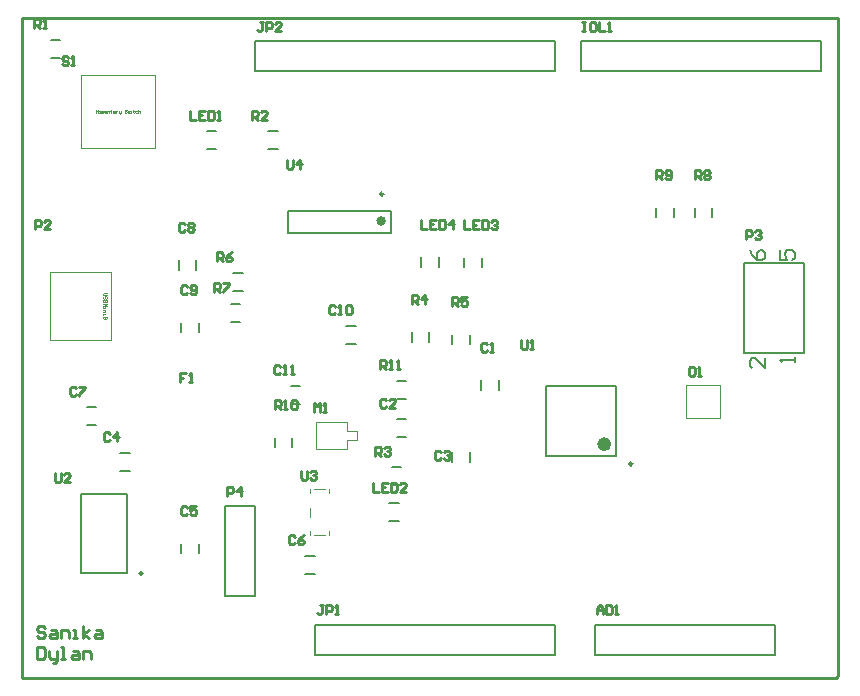
<source format=gto>
G04*
G04 #@! TF.GenerationSoftware,Altium Limited,Altium Designer,18.0.9 (584)*
G04*
G04 Layer_Color=65535*
%FSLAX25Y25*%
%MOIN*%
G70*
G01*
G75*
%ADD10C,0.00984*%
%ADD11C,0.02362*%
%ADD12C,0.01575*%
%ADD13C,0.00787*%
%ADD14C,0.01000*%
%ADD15C,0.00394*%
%ADD16C,0.00800*%
%ADD17C,0.00250*%
%ADD18C,0.00173*%
D10*
X202628Y71328D02*
G03*
X202628Y71328I-492J0D01*
G01*
X39392Y34811D02*
G03*
X39392Y34811I-492J0D01*
G01*
X119638Y161284D02*
G03*
X119638Y161284I-492J0D01*
G01*
D11*
X194458Y77923D02*
G03*
X194458Y77923I-1181J0D01*
G01*
D12*
X119707Y152328D02*
G03*
X119707Y152328I-787J0D01*
G01*
D13*
X259800Y119033D02*
Y138200D01*
Y108200D02*
Y138200D01*
X239800Y108200D02*
Y138200D01*
Y108200D02*
X259800D01*
X239800Y138200D02*
X259800D01*
X148553Y72025D02*
Y75175D01*
X142647Y72025D02*
Y75175D01*
X89353Y76825D02*
Y79975D01*
X83447Y76825D02*
Y79975D01*
X152322Y96025D02*
Y99175D01*
X158228Y96025D02*
Y99175D01*
X124123Y86153D02*
X127273D01*
X124123Y80247D02*
X127273D01*
X8825Y212553D02*
X11975D01*
X8825Y206647D02*
X11975D01*
X197214Y73986D02*
Y97214D01*
X173986Y73986D02*
Y97214D01*
Y73986D02*
X197214D01*
X173986Y97214D02*
X197214D01*
X77000Y27400D02*
Y57400D01*
X67000D02*
X77000D01*
X67000Y27400D02*
Y57400D01*
Y27400D02*
X77000D01*
X18723Y61189D02*
X34077D01*
X18723Y34811D02*
X34077D01*
X18723D02*
Y61189D01*
X34077Y34811D02*
Y61189D01*
X250200Y7800D02*
Y17800D01*
X190200Y7800D02*
Y17800D01*
X250200D01*
X190200Y7800D02*
X250200D01*
X52247Y41625D02*
Y44775D01*
X58153Y41625D02*
Y44775D01*
X32025Y74953D02*
X35175D01*
X32025Y69047D02*
X35175D01*
X185400Y202200D02*
Y212200D01*
X265400D01*
Y202200D02*
Y212200D01*
X185400Y202200D02*
X265400D01*
X97000Y7800D02*
Y17800D01*
X177000D01*
Y7800D02*
Y17800D01*
X97000Y7800D02*
X177000D01*
X93625Y40553D02*
X96775D01*
X93625Y34647D02*
X96775D01*
X77000Y202200D02*
X169500D01*
X177000D01*
Y212200D01*
X77000D02*
X177000D01*
X77000Y202200D02*
Y212200D01*
X142647Y111225D02*
Y114375D01*
X148553Y111225D02*
Y114375D01*
X129047Y112025D02*
Y115175D01*
X134953Y112025D02*
Y115175D01*
X122425Y64247D02*
X125575D01*
X122425Y70153D02*
X125575D01*
X81340Y176247D02*
X84490D01*
X81340Y182153D02*
X84490D01*
X60825Y182153D02*
X63975D01*
X60825Y176247D02*
X63975D01*
X152553Y136825D02*
Y139975D01*
X146647Y136825D02*
Y139975D01*
X138153Y137110D02*
Y140260D01*
X132247Y137110D02*
Y140260D01*
X121625Y52247D02*
X124775D01*
X121625Y58153D02*
X124775D01*
X223447Y153625D02*
Y156775D01*
X229353Y153625D02*
Y156775D01*
X124123Y93047D02*
X127273D01*
X124123Y98953D02*
X127273D01*
X210647Y153625D02*
Y156775D01*
X216553Y153625D02*
Y156775D01*
X69625Y134953D02*
X72775D01*
X69625Y129047D02*
X72775D01*
X68825Y124553D02*
X71975D01*
X68825Y118647D02*
X71975D01*
X88825Y91447D02*
X91975D01*
X88825Y97353D02*
X91975D01*
X107225Y111447D02*
X110375D01*
X107225Y117353D02*
X110375D01*
X58153Y115225D02*
Y118375D01*
X52247Y115225D02*
Y118375D01*
X51447Y136025D02*
Y139175D01*
X57353Y136025D02*
Y139175D01*
X20825Y84247D02*
X23975D01*
X20825Y90153D02*
X23975D01*
X87818Y155477D02*
X122070D01*
X87818Y148391D02*
X122070D01*
Y155477D01*
X87818Y148391D02*
Y155477D01*
D14*
X-800Y220000D02*
X-800Y0D01*
X-800Y220000D02*
X271200D01*
Y800D02*
Y220000D01*
X270400Y0D02*
X271200Y800D01*
X-800Y0D02*
X270400D01*
X6955Y16652D02*
X6299Y17308D01*
X4987D01*
X4331Y16652D01*
Y15996D01*
X4987Y15340D01*
X6299D01*
X6955Y14684D01*
Y14028D01*
X6299Y13372D01*
X4987D01*
X4331Y14028D01*
X8922Y15996D02*
X10234D01*
X10890Y15340D01*
Y13372D01*
X8922D01*
X8266Y14028D01*
X8922Y14684D01*
X10890D01*
X12202Y13372D02*
Y15996D01*
X14170D01*
X14826Y15340D01*
Y13372D01*
X16138D02*
X17450D01*
X16794D01*
Y15996D01*
X16138D01*
X19418Y13372D02*
Y17308D01*
Y14684D02*
X21386Y15996D01*
X19418Y14684D02*
X21386Y13372D01*
X24009Y15996D02*
X25321D01*
X25977Y15340D01*
Y13372D01*
X24009D01*
X23354Y14028D01*
X24009Y14684D01*
X25977D01*
X4331Y10185D02*
Y6249D01*
X6299D01*
X6955Y6905D01*
Y9529D01*
X6299Y10185D01*
X4331D01*
X8266Y8873D02*
Y6905D01*
X8922Y6249D01*
X10890D01*
Y5593D01*
X10234Y4937D01*
X9578D01*
X10890Y6249D02*
Y8873D01*
X12202Y6249D02*
X13514D01*
X12858D01*
Y10185D01*
X12202D01*
X16138Y8873D02*
X17450D01*
X18106Y8217D01*
Y6249D01*
X16138D01*
X15482Y6905D01*
X16138Y7561D01*
X18106D01*
X19418Y6249D02*
Y8873D01*
X21386D01*
X22041Y8217D01*
Y6249D01*
X240400Y146300D02*
Y149299D01*
X241899D01*
X242399Y148799D01*
Y147800D01*
X241899Y147300D01*
X240400D01*
X243399Y148799D02*
X243899Y149299D01*
X244899D01*
X245398Y148799D01*
Y148299D01*
X244899Y147800D01*
X244399D01*
X244899D01*
X245398Y147300D01*
Y146800D01*
X244899Y146300D01*
X243899D01*
X243399Y146800D01*
X87500Y172799D02*
Y170300D01*
X88000Y169800D01*
X88999D01*
X89499Y170300D01*
Y172799D01*
X91999Y169800D02*
Y172799D01*
X90499Y171300D01*
X92498D01*
X92300Y69099D02*
Y66600D01*
X92800Y66100D01*
X93800D01*
X94299Y66600D01*
Y69099D01*
X95299Y68599D02*
X95799Y69099D01*
X96799D01*
X97298Y68599D01*
Y68099D01*
X96799Y67599D01*
X96299D01*
X96799D01*
X97298Y67100D01*
Y66600D01*
X96799Y66100D01*
X95799D01*
X95299Y66600D01*
X10200Y68299D02*
Y65800D01*
X10700Y65300D01*
X11699D01*
X12199Y65800D01*
Y68299D01*
X15198Y65300D02*
X13199D01*
X15198Y67299D01*
Y67799D01*
X14699Y68299D01*
X13699D01*
X13199Y67799D01*
X165700Y112499D02*
Y110000D01*
X166200Y109500D01*
X167200D01*
X167699Y110000D01*
Y112499D01*
X168699Y109500D02*
X169699D01*
X169199D01*
Y112499D01*
X168699Y111999D01*
X14699Y206699D02*
X14199Y207199D01*
X13200D01*
X12700Y206699D01*
Y206199D01*
X13200Y205699D01*
X14199D01*
X14699Y205200D01*
Y204700D01*
X14199Y204200D01*
X13200D01*
X12700Y204700D01*
X15699Y204200D02*
X16699D01*
X16199D01*
Y207199D01*
X15699Y206699D01*
X118600Y102900D02*
Y105899D01*
X120099D01*
X120599Y105399D01*
Y104400D01*
X120099Y103900D01*
X118600D01*
X119600D02*
X120599Y102900D01*
X121599D02*
X122599D01*
X122099D01*
Y105899D01*
X121599Y105399D01*
X124098Y102900D02*
X125098D01*
X124598D01*
Y105899D01*
X124098Y105399D01*
X83500Y89500D02*
Y92499D01*
X85000D01*
X85499Y91999D01*
Y91000D01*
X85000Y90500D01*
X83500D01*
X84500D02*
X85499Y89500D01*
X86499D02*
X87499D01*
X86999D01*
Y92499D01*
X86499Y91999D01*
X88998D02*
X89498Y92499D01*
X90498D01*
X90998Y91999D01*
Y90000D01*
X90498Y89500D01*
X89498D01*
X88998Y90000D01*
Y91999D01*
X210700Y166300D02*
Y169299D01*
X212199D01*
X212699Y168799D01*
Y167799D01*
X212199Y167300D01*
X210700D01*
X211700D02*
X212699Y166300D01*
X213699Y166800D02*
X214199Y166300D01*
X215198D01*
X215698Y166800D01*
Y168799D01*
X215198Y169299D01*
X214199D01*
X213699Y168799D01*
Y168299D01*
X214199Y167799D01*
X215698D01*
X223500Y166300D02*
Y169299D01*
X224999D01*
X225499Y168799D01*
Y167799D01*
X224999Y167300D01*
X223500D01*
X224500D02*
X225499Y166300D01*
X226499Y168799D02*
X226999Y169299D01*
X227998D01*
X228498Y168799D01*
Y168299D01*
X227998Y167799D01*
X228498Y167300D01*
Y166800D01*
X227998Y166300D01*
X226999D01*
X226499Y166800D01*
Y167300D01*
X226999Y167799D01*
X226499Y168299D01*
Y168799D01*
X226999Y167799D02*
X227998D01*
X63300Y128500D02*
Y131499D01*
X64799D01*
X65299Y130999D01*
Y129999D01*
X64799Y129500D01*
X63300D01*
X64300D02*
X65299Y128500D01*
X66299Y131499D02*
X68298D01*
Y130999D01*
X66299Y129000D01*
Y128500D01*
X64100Y138900D02*
Y141899D01*
X65600D01*
X66099Y141399D01*
Y140400D01*
X65600Y139900D01*
X64100D01*
X65100D02*
X66099Y138900D01*
X69098Y141899D02*
X68099Y141399D01*
X67099Y140400D01*
Y139400D01*
X67599Y138900D01*
X68599D01*
X69098Y139400D01*
Y139900D01*
X68599Y140400D01*
X67099D01*
X142700Y123900D02*
Y126899D01*
X144200D01*
X144699Y126399D01*
Y125399D01*
X144200Y124900D01*
X142700D01*
X143700D02*
X144699Y123900D01*
X147698Y126899D02*
X145699D01*
Y125399D01*
X146699Y125899D01*
X147199D01*
X147698Y125399D01*
Y124400D01*
X147199Y123900D01*
X146199D01*
X145699Y124400D01*
X129100Y124700D02*
Y127699D01*
X130599D01*
X131099Y127199D01*
Y126199D01*
X130599Y125700D01*
X129100D01*
X130100D02*
X131099Y124700D01*
X133599D02*
Y127699D01*
X132099Y126199D01*
X134098D01*
X116900Y74100D02*
Y77099D01*
X118400D01*
X118899Y76599D01*
Y75599D01*
X118400Y75100D01*
X116900D01*
X117900D02*
X118899Y74100D01*
X119899Y76599D02*
X120399Y77099D01*
X121399D01*
X121898Y76599D01*
Y76099D01*
X121399Y75599D01*
X120899D01*
X121399D01*
X121898Y75100D01*
Y74600D01*
X121399Y74100D01*
X120399D01*
X119899Y74600D01*
X75815Y186100D02*
Y189099D01*
X77315D01*
X77814Y188599D01*
Y187600D01*
X77315Y187100D01*
X75815D01*
X76815D02*
X77814Y186100D01*
X80813D02*
X78814D01*
X80813Y188099D01*
Y188599D01*
X80313Y189099D01*
X79314D01*
X78814Y188599D01*
X3300Y216500D02*
Y219499D01*
X4800D01*
X5299Y218999D01*
Y218000D01*
X4800Y217500D01*
X3300D01*
X4300D02*
X5299Y216500D01*
X6299D02*
X7299D01*
X6799D01*
Y219499D01*
X6299Y218999D01*
X67600Y60800D02*
Y63799D01*
X69099D01*
X69599Y63299D01*
Y62300D01*
X69099Y61800D01*
X67600D01*
X72099Y60800D02*
Y63799D01*
X70599Y62300D01*
X72598D01*
X3700Y149600D02*
Y152599D01*
X5200D01*
X5699Y152099D01*
Y151100D01*
X5200Y150600D01*
X3700D01*
X8698Y149600D02*
X6699D01*
X8698Y151599D01*
Y152099D01*
X8199Y152599D01*
X7199D01*
X6699Y152099D01*
X223000Y103699D02*
X222000D01*
X221500Y103199D01*
Y101200D01*
X222000Y100700D01*
X223000D01*
X223499Y101200D01*
Y103199D01*
X223000Y103699D01*
X224499Y100700D02*
X225499D01*
X224999D01*
Y103699D01*
X224499Y103199D01*
X96600Y88600D02*
Y91599D01*
X97600Y90599D01*
X98599Y91599D01*
Y88600D01*
X99599D02*
X100599D01*
X100099D01*
Y91599D01*
X99599Y91099D01*
X132300Y152784D02*
Y149785D01*
X134299D01*
X137298Y152784D02*
X135299D01*
Y149785D01*
X137298D01*
X135299Y151285D02*
X136299D01*
X138298Y152784D02*
Y149785D01*
X139798D01*
X140297Y150285D01*
Y152284D01*
X139798Y152784D01*
X138298D01*
X142797Y149785D02*
Y152784D01*
X141297Y151285D01*
X143296D01*
X146700Y152499D02*
Y149500D01*
X148699D01*
X151698Y152499D02*
X149699D01*
Y149500D01*
X151698D01*
X149699Y150999D02*
X150699D01*
X152698Y152499D02*
Y149500D01*
X154198D01*
X154697Y150000D01*
Y151999D01*
X154198Y152499D01*
X152698D01*
X155697Y151999D02*
X156197Y152499D01*
X157197D01*
X157696Y151999D01*
Y151499D01*
X157197Y150999D01*
X156697D01*
X157197D01*
X157696Y150500D01*
Y150000D01*
X157197Y149500D01*
X156197D01*
X155697Y150000D01*
X116100Y65099D02*
Y62100D01*
X118099D01*
X121098Y65099D02*
X119099D01*
Y62100D01*
X121098D01*
X119099Y63599D02*
X120099D01*
X122098Y65099D02*
Y62100D01*
X123598D01*
X124097Y62600D01*
Y64599D01*
X123598Y65099D01*
X122098D01*
X127096Y62100D02*
X125097D01*
X127096Y64099D01*
Y64599D01*
X126597Y65099D01*
X125597D01*
X125097Y64599D01*
X55300Y189099D02*
Y186100D01*
X57299D01*
X60298Y189099D02*
X58299D01*
Y186100D01*
X60298D01*
X58299Y187600D02*
X59299D01*
X61298Y189099D02*
Y186100D01*
X62798D01*
X63297Y186600D01*
Y188599D01*
X62798Y189099D01*
X61298D01*
X64297Y186100D02*
X65297D01*
X64797D01*
Y189099D01*
X64297Y188599D01*
X79599Y218599D02*
X78600D01*
X79100D01*
Y216100D01*
X78600Y215600D01*
X78100D01*
X77600Y216100D01*
X80599Y215600D02*
Y218599D01*
X82099D01*
X82598Y218099D01*
Y217099D01*
X82099Y216600D01*
X80599D01*
X85597Y215600D02*
X83598D01*
X85597Y217599D01*
Y218099D01*
X85098Y218599D01*
X84098D01*
X83598Y218099D01*
X99599Y24199D02*
X98600D01*
X99099D01*
Y21700D01*
X98600Y21200D01*
X98100D01*
X97600Y21700D01*
X100599Y21200D02*
Y24199D01*
X102099D01*
X102598Y23699D01*
Y22700D01*
X102099Y22200D01*
X100599D01*
X103598Y21200D02*
X104598D01*
X104098D01*
Y24199D01*
X103598Y23699D01*
X186000Y218599D02*
X187000D01*
X186500D01*
Y215600D01*
X186000D01*
X187000D01*
X189999Y218599D02*
X188999D01*
X188499Y218099D01*
Y216100D01*
X188999Y215600D01*
X189999D01*
X190498Y216100D01*
Y218099D01*
X189999Y218599D01*
X191498D02*
Y215600D01*
X193498D01*
X194497D02*
X195497D01*
X194997D01*
Y218599D01*
X194497Y218099D01*
X53999Y101499D02*
X52000D01*
Y99999D01*
X53000D01*
X52000D01*
Y98500D01*
X54999D02*
X55999D01*
X55499D01*
Y101499D01*
X54999Y100999D01*
X85299Y103799D02*
X84799Y104299D01*
X83800D01*
X83300Y103799D01*
Y101800D01*
X83800Y101300D01*
X84799D01*
X85299Y101800D01*
X86299Y101300D02*
X87299D01*
X86799D01*
Y104299D01*
X86299Y103799D01*
X88798Y101300D02*
X89798D01*
X89298D01*
Y104299D01*
X88798Y103799D01*
X103699Y123799D02*
X103200Y124299D01*
X102200D01*
X101700Y123799D01*
Y121800D01*
X102200Y121300D01*
X103200D01*
X103699Y121800D01*
X104699Y121300D02*
X105699D01*
X105199D01*
Y124299D01*
X104699Y123799D01*
X107198D02*
X107698Y124299D01*
X108698D01*
X109198Y123799D01*
Y121800D01*
X108698Y121300D01*
X107698D01*
X107198Y121800D01*
Y123799D01*
X54299Y130399D02*
X53799Y130899D01*
X52800D01*
X52300Y130399D01*
Y128400D01*
X52800Y127900D01*
X53799D01*
X54299Y128400D01*
X55299D02*
X55799Y127900D01*
X56799D01*
X57298Y128400D01*
Y130399D01*
X56799Y130899D01*
X55799D01*
X55299Y130399D01*
Y129899D01*
X55799Y129400D01*
X57298D01*
X53499Y151199D02*
X53000Y151699D01*
X52000D01*
X51500Y151199D01*
Y149200D01*
X52000Y148700D01*
X53000D01*
X53499Y149200D01*
X54499Y151199D02*
X54999Y151699D01*
X55999D01*
X56498Y151199D01*
Y150699D01*
X55999Y150199D01*
X56498Y149700D01*
Y149200D01*
X55999Y148700D01*
X54999D01*
X54499Y149200D01*
Y149700D01*
X54999Y150199D01*
X54499Y150699D01*
Y151199D01*
X54999Y150199D02*
X55999D01*
X17299Y96599D02*
X16800Y97099D01*
X15800D01*
X15300Y96599D01*
Y94600D01*
X15800Y94100D01*
X16800D01*
X17299Y94600D01*
X18299Y97099D02*
X20298D01*
Y96599D01*
X18299Y94600D01*
Y94100D01*
X90099Y46999D02*
X89600Y47499D01*
X88600D01*
X88100Y46999D01*
Y45000D01*
X88600Y44500D01*
X89600D01*
X90099Y45000D01*
X93098Y47499D02*
X92099Y46999D01*
X91099Y46000D01*
Y45000D01*
X91599Y44500D01*
X92599D01*
X93098Y45000D01*
Y45500D01*
X92599Y46000D01*
X91099D01*
X54299Y56799D02*
X53799Y57299D01*
X52800D01*
X52300Y56799D01*
Y54800D01*
X52800Y54300D01*
X53799D01*
X54299Y54800D01*
X57298Y57299D02*
X55299D01*
Y55800D01*
X56299Y56299D01*
X56799D01*
X57298Y55800D01*
Y54800D01*
X56799Y54300D01*
X55799D01*
X55299Y54800D01*
X28499Y81399D02*
X27999Y81899D01*
X27000D01*
X26500Y81399D01*
Y79400D01*
X27000Y78900D01*
X27999D01*
X28499Y79400D01*
X30999Y78900D02*
Y81899D01*
X29499Y80400D01*
X31498D01*
X138799Y75299D02*
X138300Y75799D01*
X137300D01*
X136800Y75299D01*
Y73300D01*
X137300Y72800D01*
X138300D01*
X138799Y73300D01*
X139799Y75299D02*
X140299Y75799D01*
X141299D01*
X141798Y75299D01*
Y74799D01*
X141299Y74300D01*
X140799D01*
X141299D01*
X141798Y73800D01*
Y73300D01*
X141299Y72800D01*
X140299D01*
X139799Y73300D01*
X120599Y92599D02*
X120099Y93099D01*
X119100D01*
X118600Y92599D01*
Y90600D01*
X119100Y90100D01*
X120099D01*
X120599Y90600D01*
X123598Y90100D02*
X121599D01*
X123598Y92099D01*
Y92599D01*
X123099Y93099D01*
X122099D01*
X121599Y92599D01*
X154299Y111199D02*
X153799Y111699D01*
X152800D01*
X152300Y111199D01*
Y109200D01*
X152800Y108700D01*
X153799D01*
X154299Y109200D01*
X155299Y108700D02*
X156299D01*
X155799D01*
Y111699D01*
X155299Y111199D01*
X190800Y21200D02*
Y23199D01*
X191800Y24199D01*
X192799Y23199D01*
Y21200D01*
Y22700D01*
X190800D01*
X193799Y24199D02*
Y21200D01*
X195299D01*
X195798Y21700D01*
Y23699D01*
X195299Y24199D01*
X193799D01*
X196798Y21200D02*
X197798D01*
X197298D01*
Y24199D01*
X196798Y23699D01*
D15*
X18995Y176595D02*
Y201005D01*
Y176595D02*
X43405D01*
Y201005D01*
X18995D02*
X43405D01*
X95250Y47523D02*
Y48901D01*
Y61499D02*
Y62877D01*
X101550Y61499D02*
Y62877D01*
X96431Y47523D02*
X100368D01*
X101550D02*
Y48901D01*
X96431Y62877D02*
X100368D01*
X95250Y53625D02*
Y56775D01*
X220691Y86488D02*
Y97512D01*
Y86488D02*
X232010D01*
X220691Y97512D02*
X232010D01*
Y86488D02*
Y97512D01*
X8386Y112583D02*
X28760D01*
X8386D02*
Y135319D01*
X28760D01*
Y112583D02*
Y135319D01*
X110756Y79225D02*
Y80013D01*
Y81587D02*
Y82375D01*
X97272Y76174D02*
X104358D01*
X107409D01*
Y79225D01*
Y82375D02*
X110658D01*
X107409D02*
Y85426D01*
Y79225D02*
X110756D01*
Y80013D02*
Y81587D01*
X97272Y85426D02*
X107409D01*
X97272Y76174D02*
Y85426D01*
D16*
X256800Y105200D02*
Y106866D01*
Y106033D01*
X251802D01*
X252635Y105200D01*
X246800Y106532D02*
Y103200D01*
X243468Y106532D01*
X242635D01*
X241802Y105699D01*
Y104033D01*
X242635Y103200D01*
X251802Y142532D02*
Y139200D01*
X254301D01*
X253468Y140866D01*
Y141699D01*
X254301Y142532D01*
X255967D01*
X256800Y141699D01*
Y140033D01*
X255967Y139200D01*
X241802Y142532D02*
X242635Y140866D01*
X244301Y139200D01*
X245967D01*
X246800Y140033D01*
Y141699D01*
X245967Y142532D01*
X245134D01*
X244301Y141699D01*
Y139200D01*
D17*
X23720Y188406D02*
Y189390D01*
X24048Y189062D01*
X24376Y189390D01*
Y188406D01*
X24868D02*
X25196D01*
X25360Y188570D01*
Y188898D01*
X25196Y189062D01*
X24868D01*
X24704Y188898D01*
Y188570D01*
X24868Y188406D01*
X25688D02*
Y189062D01*
X25852D01*
X26015Y188898D01*
Y188406D01*
Y188898D01*
X26180Y189062D01*
X26344Y188898D01*
Y188406D01*
X27163D02*
X26836D01*
X26671Y188570D01*
Y188898D01*
X26836Y189062D01*
X27163D01*
X27327Y188898D01*
Y188734D01*
X26671D01*
X27655Y188406D02*
Y189062D01*
X28147D01*
X28311Y188898D01*
Y188406D01*
X28803Y189226D02*
Y189062D01*
X28639D01*
X28967D01*
X28803D01*
Y188570D01*
X28967Y188406D01*
X29623Y189062D02*
X29951D01*
X30115Y188898D01*
Y188406D01*
X29623D01*
X29459Y188570D01*
X29623Y188734D01*
X30115D01*
X30443Y189062D02*
Y188406D01*
Y188734D01*
X30607Y188898D01*
X30771Y189062D01*
X30935D01*
X31427D02*
Y188570D01*
X31591Y188406D01*
X32083D01*
Y188242D01*
X31919Y188078D01*
X31755D01*
X32083Y188406D02*
Y189062D01*
X34051Y189226D02*
X33887Y189390D01*
X33559D01*
X33395Y189226D01*
Y189062D01*
X33559Y188898D01*
X33887D01*
X34051Y188734D01*
Y188570D01*
X33887Y188406D01*
X33559D01*
X33395Y188570D01*
X34379Y189062D02*
Y188570D01*
X34543Y188406D01*
X34707Y188570D01*
X34871Y188406D01*
X35035Y188570D01*
Y189062D01*
X35363Y188406D02*
X35691D01*
X35527D01*
Y189062D01*
X35363D01*
X36347Y189226D02*
Y189062D01*
X36183D01*
X36511D01*
X36347D01*
Y188570D01*
X36511Y188406D01*
X37659Y189062D02*
X37167D01*
X37003Y188898D01*
Y188570D01*
X37167Y188406D01*
X37659D01*
X37987Y189390D02*
Y188406D01*
Y188898D01*
X38151Y189062D01*
X38479D01*
X38643Y188898D01*
Y188406D01*
D18*
X27382Y128331D02*
X26398D01*
X26201Y128134D01*
Y127740D01*
X26398Y127544D01*
X27382D01*
X27185Y126363D02*
X27382Y126560D01*
Y126953D01*
X27185Y127150D01*
X26988D01*
X26791Y126953D01*
Y126560D01*
X26594Y126363D01*
X26398D01*
X26201Y126560D01*
Y126953D01*
X26398Y127150D01*
X27382Y125969D02*
X26201D01*
Y125379D01*
X26398Y125182D01*
X26594D01*
X26791Y125379D01*
Y125969D01*
Y125379D01*
X26988Y125182D01*
X27185D01*
X27382Y125379D01*
Y125969D01*
X26201Y124789D02*
X27382D01*
X26988Y124395D01*
X27382Y124001D01*
X26201D01*
Y123608D02*
Y123214D01*
Y123411D01*
X26988D01*
Y123608D01*
X26201Y122624D02*
X26988D01*
Y122034D01*
X26791Y121837D01*
X26201D01*
Y121443D02*
Y121050D01*
Y121246D01*
X26988D01*
Y121443D01*
X27382Y120459D02*
X26201D01*
Y119869D01*
X26398Y119672D01*
X26594D01*
X26791Y119869D01*
Y120459D01*
Y119869D01*
X26988Y119672D01*
X27185D01*
X27382Y119869D01*
Y120459D01*
M02*

</source>
